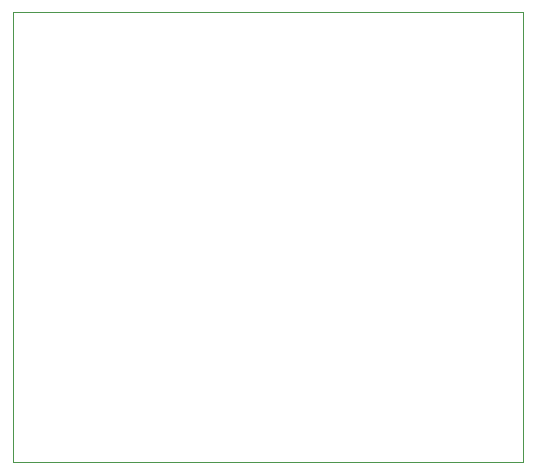
<source format=gm1>
G04 #@! TF.GenerationSoftware,KiCad,Pcbnew,(6.0.11)*
G04 #@! TF.CreationDate,2023-04-02T15:36:07-07:00*
G04 #@! TF.ProjectId,M_MUC,4d5f4d55-432e-46b6-9963-61645f706362,rev?*
G04 #@! TF.SameCoordinates,Original*
G04 #@! TF.FileFunction,Profile,NP*
%FSLAX46Y46*%
G04 Gerber Fmt 4.6, Leading zero omitted, Abs format (unit mm)*
G04 Created by KiCad (PCBNEW (6.0.11)) date 2023-04-02 15:36:07*
%MOMM*%
%LPD*%
G01*
G04 APERTURE LIST*
G04 #@! TA.AperFunction,Profile*
%ADD10C,0.100000*%
G04 #@! TD*
G04 APERTURE END LIST*
D10*
X101600000Y-68580000D02*
X144780000Y-68580000D01*
X144780000Y-68580000D02*
X144780000Y-106680000D01*
X144780000Y-106680000D02*
X101600000Y-106680000D01*
X101600000Y-106680000D02*
X101600000Y-68580000D01*
M02*

</source>
